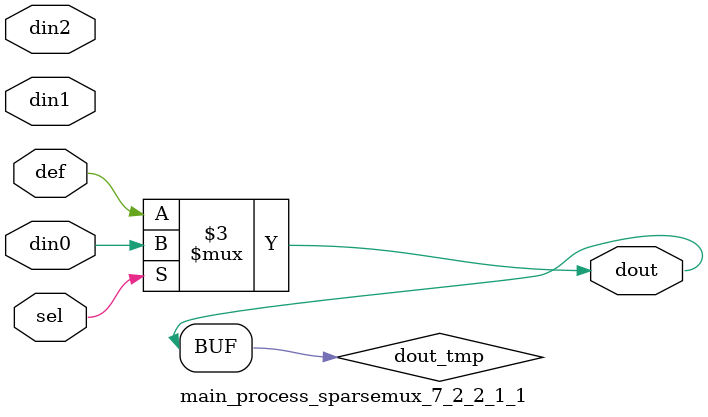
<source format=v>
`timescale 1ns / 1ps

module main_process_sparsemux_7_2_2_1_1 (din0,din1,din2,def,sel,dout);

parameter din0_WIDTH = 1;

parameter din1_WIDTH = 1;

parameter din2_WIDTH = 1;

parameter def_WIDTH = 1;
parameter sel_WIDTH = 1;
parameter dout_WIDTH = 1;

parameter [sel_WIDTH-1:0] CASE0 = 1;

parameter [sel_WIDTH-1:0] CASE1 = 1;

parameter [sel_WIDTH-1:0] CASE2 = 1;

parameter ID = 1;
parameter NUM_STAGE = 1;



input [din0_WIDTH-1:0] din0;

input [din1_WIDTH-1:0] din1;

input [din2_WIDTH-1:0] din2;

input [def_WIDTH-1:0] def;
input [sel_WIDTH-1:0] sel;

output [dout_WIDTH-1:0] dout;



reg [dout_WIDTH-1:0] dout_tmp;


always @ (*) begin
(* parallel_case *) case (sel)
    
    CASE0 : dout_tmp = din0;
    
    CASE1 : dout_tmp = din1;
    
    CASE2 : dout_tmp = din2;
    
    default : dout_tmp = def;
endcase
end


assign dout = dout_tmp;



endmodule

</source>
